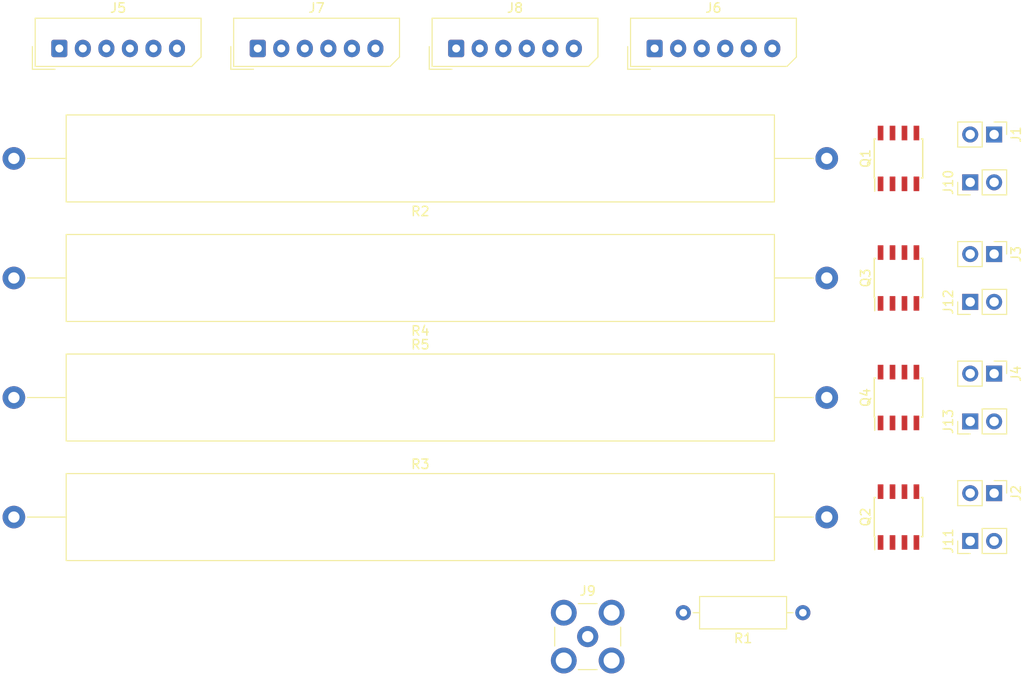
<source format=kicad_pcb>
(kicad_pcb (version 20171130) (host pcbnew 5.0.2-bee76a0~70~ubuntu18.04.1)

  (general
    (thickness 1.6)
    (drawings 0)
    (tracks 0)
    (zones 0)
    (modules 22)
    (nets 24)
  )

  (page A4)
  (layers
    (0 F.Cu signal)
    (31 B.Cu signal)
    (32 B.Adhes user)
    (33 F.Adhes user)
    (34 B.Paste user)
    (35 F.Paste user)
    (36 B.SilkS user)
    (37 F.SilkS user)
    (38 B.Mask user)
    (39 F.Mask user)
    (40 Dwgs.User user)
    (41 Cmts.User user)
    (42 Eco1.User user)
    (43 Eco2.User user)
    (44 Edge.Cuts user)
    (45 Margin user)
    (46 B.CrtYd user)
    (47 F.CrtYd user)
    (48 B.Fab user)
    (49 F.Fab user)
  )

  (setup
    (last_trace_width 0.25)
    (trace_clearance 0.2)
    (zone_clearance 0.508)
    (zone_45_only no)
    (trace_min 0.2)
    (segment_width 0.2)
    (edge_width 0.15)
    (via_size 0.8)
    (via_drill 0.4)
    (via_min_size 0.4)
    (via_min_drill 0.3)
    (uvia_size 0.3)
    (uvia_drill 0.1)
    (uvias_allowed no)
    (uvia_min_size 0.2)
    (uvia_min_drill 0.1)
    (pcb_text_width 0.3)
    (pcb_text_size 1.5 1.5)
    (mod_edge_width 0.15)
    (mod_text_size 1 1)
    (mod_text_width 0.15)
    (pad_size 1.524 1.524)
    (pad_drill 0.762)
    (pad_to_mask_clearance 0.051)
    (solder_mask_min_width 0.25)
    (aux_axis_origin 0 0)
    (visible_elements FFFFFF7F)
    (pcbplotparams
      (layerselection 0x010fc_ffffffff)
      (usegerberextensions false)
      (usegerberattributes false)
      (usegerberadvancedattributes false)
      (creategerberjobfile false)
      (excludeedgelayer true)
      (linewidth 0.100000)
      (plotframeref false)
      (viasonmask false)
      (mode 1)
      (useauxorigin false)
      (hpglpennumber 1)
      (hpglpenspeed 20)
      (hpglpendiameter 15.000000)
      (psnegative false)
      (psa4output false)
      (plotreference true)
      (plotvalue true)
      (plotinvisibletext false)
      (padsonsilk false)
      (subtractmaskfromsilk false)
      (outputformat 1)
      (mirror false)
      (drillshape 1)
      (scaleselection 1)
      (outputdirectory ""))
  )

  (net 0 "")
  (net 1 "Net-(J1-Pad2)")
  (net 2 "Net-(J1-Pad1)")
  (net 3 "Net-(J2-Pad1)")
  (net 4 "Net-(J2-Pad2)")
  (net 5 "Net-(J3-Pad1)")
  (net 6 "Net-(J3-Pad2)")
  (net 7 "Net-(J4-Pad2)")
  (net 8 "Net-(J4-Pad1)")
  (net 9 "Net-(J5-Pad1)")
  (net 10 "Net-(J6-Pad1)")
  (net 11 "Net-(J7-Pad1)")
  (net 12 "Net-(J8-Pad1)")
  (net 13 GND)
  (net 14 "Net-(J9-Pad1)")
  (net 15 "Net-(J10-Pad2)")
  (net 16 "Net-(J10-Pad1)")
  (net 17 "Net-(J11-Pad1)")
  (net 18 "Net-(J11-Pad2)")
  (net 19 "Net-(J12-Pad1)")
  (net 20 "Net-(J12-Pad2)")
  (net 21 "Net-(J13-Pad2)")
  (net 22 "Net-(J13-Pad1)")
  (net 23 "Net-(Q1-Pad4)")

  (net_class Default "This is the default net class."
    (clearance 0.2)
    (trace_width 0.25)
    (via_dia 0.8)
    (via_drill 0.4)
    (uvia_dia 0.3)
    (uvia_drill 0.1)
    (add_net GND)
    (add_net "Net-(J1-Pad1)")
    (add_net "Net-(J1-Pad2)")
    (add_net "Net-(J10-Pad1)")
    (add_net "Net-(J10-Pad2)")
    (add_net "Net-(J11-Pad1)")
    (add_net "Net-(J11-Pad2)")
    (add_net "Net-(J12-Pad1)")
    (add_net "Net-(J12-Pad2)")
    (add_net "Net-(J13-Pad1)")
    (add_net "Net-(J13-Pad2)")
    (add_net "Net-(J2-Pad1)")
    (add_net "Net-(J2-Pad2)")
    (add_net "Net-(J3-Pad1)")
    (add_net "Net-(J3-Pad2)")
    (add_net "Net-(J4-Pad1)")
    (add_net "Net-(J4-Pad2)")
    (add_net "Net-(J5-Pad1)")
    (add_net "Net-(J6-Pad1)")
    (add_net "Net-(J7-Pad1)")
    (add_net "Net-(J8-Pad1)")
    (add_net "Net-(J9-Pad1)")
    (add_net "Net-(Q1-Pad4)")
  )

  (module Connector_PinHeader_2.54mm:PinHeader_1x02_P2.54mm_Vertical (layer F.Cu) (tedit 59FED5CC) (tstamp 5C1D8C58)
    (at 157.48 53.34 270)
    (descr "Through hole straight pin header, 1x02, 2.54mm pitch, single row")
    (tags "Through hole pin header THT 1x02 2.54mm single row")
    (path /5C15EB7C)
    (fp_text reference J1 (at 0 -2.33 270) (layer F.SilkS)
      (effects (font (size 1 1) (thickness 0.15)))
    )
    (fp_text value to_led_red (at 0 4.87 270) (layer F.Fab)
      (effects (font (size 1 1) (thickness 0.15)))
    )
    (fp_text user %R (at 0 1.27) (layer F.Fab)
      (effects (font (size 1 1) (thickness 0.15)))
    )
    (fp_line (start 1.8 -1.8) (end -1.8 -1.8) (layer F.CrtYd) (width 0.05))
    (fp_line (start 1.8 4.35) (end 1.8 -1.8) (layer F.CrtYd) (width 0.05))
    (fp_line (start -1.8 4.35) (end 1.8 4.35) (layer F.CrtYd) (width 0.05))
    (fp_line (start -1.8 -1.8) (end -1.8 4.35) (layer F.CrtYd) (width 0.05))
    (fp_line (start -1.33 -1.33) (end 0 -1.33) (layer F.SilkS) (width 0.12))
    (fp_line (start -1.33 0) (end -1.33 -1.33) (layer F.SilkS) (width 0.12))
    (fp_line (start -1.33 1.27) (end 1.33 1.27) (layer F.SilkS) (width 0.12))
    (fp_line (start 1.33 1.27) (end 1.33 3.87) (layer F.SilkS) (width 0.12))
    (fp_line (start -1.33 1.27) (end -1.33 3.87) (layer F.SilkS) (width 0.12))
    (fp_line (start -1.33 3.87) (end 1.33 3.87) (layer F.SilkS) (width 0.12))
    (fp_line (start -1.27 -0.635) (end -0.635 -1.27) (layer F.Fab) (width 0.1))
    (fp_line (start -1.27 3.81) (end -1.27 -0.635) (layer F.Fab) (width 0.1))
    (fp_line (start 1.27 3.81) (end -1.27 3.81) (layer F.Fab) (width 0.1))
    (fp_line (start 1.27 -1.27) (end 1.27 3.81) (layer F.Fab) (width 0.1))
    (fp_line (start -0.635 -1.27) (end 1.27 -1.27) (layer F.Fab) (width 0.1))
    (pad 2 thru_hole oval (at 0 2.54 270) (size 1.7 1.7) (drill 1) (layers *.Cu *.Mask)
      (net 1 "Net-(J1-Pad2)"))
    (pad 1 thru_hole rect (at 0 0 270) (size 1.7 1.7) (drill 1) (layers *.Cu *.Mask)
      (net 2 "Net-(J1-Pad1)"))
    (model ${KISYS3DMOD}/Connector_PinHeader_2.54mm.3dshapes/PinHeader_1x02_P2.54mm_Vertical.wrl
      (at (xyz 0 0 0))
      (scale (xyz 1 1 1))
      (rotate (xyz 0 0 0))
    )
  )

  (module Connector_PinHeader_2.54mm:PinHeader_1x02_P2.54mm_Vertical (layer F.Cu) (tedit 59FED5CC) (tstamp 5C1D8C6E)
    (at 157.48 91.44 270)
    (descr "Through hole straight pin header, 1x02, 2.54mm pitch, single row")
    (tags "Through hole pin header THT 1x02 2.54mm single row")
    (path /5C17B435)
    (fp_text reference J2 (at 0 -2.33 270) (layer F.SilkS)
      (effects (font (size 1 1) (thickness 0.15)))
    )
    (fp_text value to_led_UV (at 0 4.87 270) (layer F.Fab)
      (effects (font (size 1 1) (thickness 0.15)))
    )
    (fp_line (start -0.635 -1.27) (end 1.27 -1.27) (layer F.Fab) (width 0.1))
    (fp_line (start 1.27 -1.27) (end 1.27 3.81) (layer F.Fab) (width 0.1))
    (fp_line (start 1.27 3.81) (end -1.27 3.81) (layer F.Fab) (width 0.1))
    (fp_line (start -1.27 3.81) (end -1.27 -0.635) (layer F.Fab) (width 0.1))
    (fp_line (start -1.27 -0.635) (end -0.635 -1.27) (layer F.Fab) (width 0.1))
    (fp_line (start -1.33 3.87) (end 1.33 3.87) (layer F.SilkS) (width 0.12))
    (fp_line (start -1.33 1.27) (end -1.33 3.87) (layer F.SilkS) (width 0.12))
    (fp_line (start 1.33 1.27) (end 1.33 3.87) (layer F.SilkS) (width 0.12))
    (fp_line (start -1.33 1.27) (end 1.33 1.27) (layer F.SilkS) (width 0.12))
    (fp_line (start -1.33 0) (end -1.33 -1.33) (layer F.SilkS) (width 0.12))
    (fp_line (start -1.33 -1.33) (end 0 -1.33) (layer F.SilkS) (width 0.12))
    (fp_line (start -1.8 -1.8) (end -1.8 4.35) (layer F.CrtYd) (width 0.05))
    (fp_line (start -1.8 4.35) (end 1.8 4.35) (layer F.CrtYd) (width 0.05))
    (fp_line (start 1.8 4.35) (end 1.8 -1.8) (layer F.CrtYd) (width 0.05))
    (fp_line (start 1.8 -1.8) (end -1.8 -1.8) (layer F.CrtYd) (width 0.05))
    (fp_text user %R (at 0 1.27) (layer F.Fab)
      (effects (font (size 1 1) (thickness 0.15)))
    )
    (pad 1 thru_hole rect (at 0 0 270) (size 1.7 1.7) (drill 1) (layers *.Cu *.Mask)
      (net 3 "Net-(J2-Pad1)"))
    (pad 2 thru_hole oval (at 0 2.54 270) (size 1.7 1.7) (drill 1) (layers *.Cu *.Mask)
      (net 4 "Net-(J2-Pad2)"))
    (model ${KISYS3DMOD}/Connector_PinHeader_2.54mm.3dshapes/PinHeader_1x02_P2.54mm_Vertical.wrl
      (at (xyz 0 0 0))
      (scale (xyz 1 1 1))
      (rotate (xyz 0 0 0))
    )
  )

  (module Connector_PinHeader_2.54mm:PinHeader_1x02_P2.54mm_Vertical (layer F.Cu) (tedit 59FED5CC) (tstamp 5C1D8C84)
    (at 157.48 66.04 270)
    (descr "Through hole straight pin header, 1x02, 2.54mm pitch, single row")
    (tags "Through hole pin header THT 1x02 2.54mm single row")
    (path /5C168755)
    (fp_text reference J3 (at 0 -2.33 270) (layer F.SilkS)
      (effects (font (size 1 1) (thickness 0.15)))
    )
    (fp_text value to_led_Green (at 0 4.87 270) (layer F.Fab)
      (effects (font (size 1 1) (thickness 0.15)))
    )
    (fp_line (start -0.635 -1.27) (end 1.27 -1.27) (layer F.Fab) (width 0.1))
    (fp_line (start 1.27 -1.27) (end 1.27 3.81) (layer F.Fab) (width 0.1))
    (fp_line (start 1.27 3.81) (end -1.27 3.81) (layer F.Fab) (width 0.1))
    (fp_line (start -1.27 3.81) (end -1.27 -0.635) (layer F.Fab) (width 0.1))
    (fp_line (start -1.27 -0.635) (end -0.635 -1.27) (layer F.Fab) (width 0.1))
    (fp_line (start -1.33 3.87) (end 1.33 3.87) (layer F.SilkS) (width 0.12))
    (fp_line (start -1.33 1.27) (end -1.33 3.87) (layer F.SilkS) (width 0.12))
    (fp_line (start 1.33 1.27) (end 1.33 3.87) (layer F.SilkS) (width 0.12))
    (fp_line (start -1.33 1.27) (end 1.33 1.27) (layer F.SilkS) (width 0.12))
    (fp_line (start -1.33 0) (end -1.33 -1.33) (layer F.SilkS) (width 0.12))
    (fp_line (start -1.33 -1.33) (end 0 -1.33) (layer F.SilkS) (width 0.12))
    (fp_line (start -1.8 -1.8) (end -1.8 4.35) (layer F.CrtYd) (width 0.05))
    (fp_line (start -1.8 4.35) (end 1.8 4.35) (layer F.CrtYd) (width 0.05))
    (fp_line (start 1.8 4.35) (end 1.8 -1.8) (layer F.CrtYd) (width 0.05))
    (fp_line (start 1.8 -1.8) (end -1.8 -1.8) (layer F.CrtYd) (width 0.05))
    (fp_text user %R (at 0 1.27) (layer F.Fab)
      (effects (font (size 1 1) (thickness 0.15)))
    )
    (pad 1 thru_hole rect (at 0 0 270) (size 1.7 1.7) (drill 1) (layers *.Cu *.Mask)
      (net 5 "Net-(J3-Pad1)"))
    (pad 2 thru_hole oval (at 0 2.54 270) (size 1.7 1.7) (drill 1) (layers *.Cu *.Mask)
      (net 6 "Net-(J3-Pad2)"))
    (model ${KISYS3DMOD}/Connector_PinHeader_2.54mm.3dshapes/PinHeader_1x02_P2.54mm_Vertical.wrl
      (at (xyz 0 0 0))
      (scale (xyz 1 1 1))
      (rotate (xyz 0 0 0))
    )
  )

  (module Connector_PinHeader_2.54mm:PinHeader_1x02_P2.54mm_Vertical (layer F.Cu) (tedit 59FED5CC) (tstamp 5C1D8C9A)
    (at 157.48 78.74 270)
    (descr "Through hole straight pin header, 1x02, 2.54mm pitch, single row")
    (tags "Through hole pin header THT 1x02 2.54mm single row")
    (path /5C1739EC)
    (fp_text reference J4 (at 0 -2.33 270) (layer F.SilkS)
      (effects (font (size 1 1) (thickness 0.15)))
    )
    (fp_text value to_led_blue (at 0 4.87 270) (layer F.Fab)
      (effects (font (size 1 1) (thickness 0.15)))
    )
    (fp_text user %R (at 0 1.27) (layer F.Fab)
      (effects (font (size 1 1) (thickness 0.15)))
    )
    (fp_line (start 1.8 -1.8) (end -1.8 -1.8) (layer F.CrtYd) (width 0.05))
    (fp_line (start 1.8 4.35) (end 1.8 -1.8) (layer F.CrtYd) (width 0.05))
    (fp_line (start -1.8 4.35) (end 1.8 4.35) (layer F.CrtYd) (width 0.05))
    (fp_line (start -1.8 -1.8) (end -1.8 4.35) (layer F.CrtYd) (width 0.05))
    (fp_line (start -1.33 -1.33) (end 0 -1.33) (layer F.SilkS) (width 0.12))
    (fp_line (start -1.33 0) (end -1.33 -1.33) (layer F.SilkS) (width 0.12))
    (fp_line (start -1.33 1.27) (end 1.33 1.27) (layer F.SilkS) (width 0.12))
    (fp_line (start 1.33 1.27) (end 1.33 3.87) (layer F.SilkS) (width 0.12))
    (fp_line (start -1.33 1.27) (end -1.33 3.87) (layer F.SilkS) (width 0.12))
    (fp_line (start -1.33 3.87) (end 1.33 3.87) (layer F.SilkS) (width 0.12))
    (fp_line (start -1.27 -0.635) (end -0.635 -1.27) (layer F.Fab) (width 0.1))
    (fp_line (start -1.27 3.81) (end -1.27 -0.635) (layer F.Fab) (width 0.1))
    (fp_line (start 1.27 3.81) (end -1.27 3.81) (layer F.Fab) (width 0.1))
    (fp_line (start 1.27 -1.27) (end 1.27 3.81) (layer F.Fab) (width 0.1))
    (fp_line (start -0.635 -1.27) (end 1.27 -1.27) (layer F.Fab) (width 0.1))
    (pad 2 thru_hole oval (at 0 2.54 270) (size 1.7 1.7) (drill 1) (layers *.Cu *.Mask)
      (net 7 "Net-(J4-Pad2)"))
    (pad 1 thru_hole rect (at 0 0 270) (size 1.7 1.7) (drill 1) (layers *.Cu *.Mask)
      (net 8 "Net-(J4-Pad1)"))
    (model ${KISYS3DMOD}/Connector_PinHeader_2.54mm.3dshapes/PinHeader_1x02_P2.54mm_Vertical.wrl
      (at (xyz 0 0 0))
      (scale (xyz 1 1 1))
      (rotate (xyz 0 0 0))
    )
  )

  (module Connector_Molex:Molex_SPOX_5267-06A_1x06_P2.50mm_Vertical (layer F.Cu) (tedit 5B7833F7) (tstamp 5C1D8CB8)
    (at 58.166 44.196)
    (descr "Molex SPOX Connector System, 5267-06A, 6 Pins per row (http://www.molex.com/pdm_docs/sd/022035035_sd.pdf), generated with kicad-footprint-generator")
    (tags "connector Molex SPOX side entry")
    (path /5C101E63)
    (fp_text reference J5 (at 6.25 -4.3) (layer F.SilkS)
      (effects (font (size 1 1) (thickness 0.15)))
    )
    (fp_text value pos_neg_tolcr_red (at 6.25 3) (layer F.Fab)
      (effects (font (size 1 1) (thickness 0.15)))
    )
    (fp_text user %R (at 6.25 -2.4) (layer F.Fab)
      (effects (font (size 1 1) (thickness 0.15)))
    )
    (fp_line (start 15.45 -3.6) (end -2.95 -3.6) (layer F.CrtYd) (width 0.05))
    (fp_line (start 15.45 1.3) (end 15.45 -3.6) (layer F.CrtYd) (width 0.05))
    (fp_line (start 14.45 2.3) (end 15.45 1.3) (layer F.CrtYd) (width 0.05))
    (fp_line (start -2.95 2.3) (end 14.45 2.3) (layer F.CrtYd) (width 0.05))
    (fp_line (start -2.95 -3.6) (end -2.95 2.3) (layer F.CrtYd) (width 0.05))
    (fp_line (start 0 1.092893) (end 0.5 1.8) (layer F.Fab) (width 0.1))
    (fp_line (start -0.5 1.8) (end 0 1.092893) (layer F.Fab) (width 0.1))
    (fp_line (start -2.86 2.21) (end -0.45 2.21) (layer F.SilkS) (width 0.12))
    (fp_line (start -2.86 -0.2) (end -2.86 2.21) (layer F.SilkS) (width 0.12))
    (fp_line (start 15.06 -3.21) (end -2.56 -3.21) (layer F.SilkS) (width 0.12))
    (fp_line (start 15.06 0.91) (end 15.06 -3.21) (layer F.SilkS) (width 0.12))
    (fp_line (start 14.06 1.91) (end 15.06 0.91) (layer F.SilkS) (width 0.12))
    (fp_line (start -2.56 1.91) (end 14.06 1.91) (layer F.SilkS) (width 0.12))
    (fp_line (start -2.56 -3.21) (end -2.56 1.91) (layer F.SilkS) (width 0.12))
    (fp_line (start 14.95 -3.1) (end -2.45 -3.1) (layer F.Fab) (width 0.1))
    (fp_line (start 14.95 0.8) (end 14.95 -3.1) (layer F.Fab) (width 0.1))
    (fp_line (start 13.95 1.8) (end 14.95 0.8) (layer F.Fab) (width 0.1))
    (fp_line (start -2.45 1.8) (end 13.95 1.8) (layer F.Fab) (width 0.1))
    (fp_line (start -2.45 -3.1) (end -2.45 1.8) (layer F.Fab) (width 0.1))
    (pad 6 thru_hole oval (at 12.5 0) (size 1.7 1.85) (drill 0.85) (layers *.Cu *.Mask)
      (net 1 "Net-(J1-Pad2)"))
    (pad 5 thru_hole oval (at 10 0) (size 1.7 1.85) (drill 0.85) (layers *.Cu *.Mask)
      (net 1 "Net-(J1-Pad2)"))
    (pad 4 thru_hole oval (at 7.5 0) (size 1.7 1.85) (drill 0.85) (layers *.Cu *.Mask)
      (net 1 "Net-(J1-Pad2)"))
    (pad 3 thru_hole oval (at 5 0) (size 1.7 1.85) (drill 0.85) (layers *.Cu *.Mask)
      (net 9 "Net-(J5-Pad1)"))
    (pad 2 thru_hole oval (at 2.5 0) (size 1.7 1.85) (drill 0.85) (layers *.Cu *.Mask)
      (net 9 "Net-(J5-Pad1)"))
    (pad 1 thru_hole roundrect (at 0 0) (size 1.7 1.85) (drill 0.85) (layers *.Cu *.Mask) (roundrect_rratio 0.147059)
      (net 9 "Net-(J5-Pad1)"))
    (model ${KISYS3DMOD}/Connector_Molex.3dshapes/Molex_SPOX_5267-06A_1x06_P2.50mm_Vertical.wrl
      (at (xyz 0 0 0))
      (scale (xyz 1 1 1))
      (rotate (xyz 0 0 0))
    )
  )

  (module Connector_Molex:Molex_SPOX_5267-06A_1x06_P2.50mm_Vertical (layer F.Cu) (tedit 5B7833F7) (tstamp 5C1D8CD6)
    (at 121.412 44.196)
    (descr "Molex SPOX Connector System, 5267-06A, 6 Pins per row (http://www.molex.com/pdm_docs/sd/022035035_sd.pdf), generated with kicad-footprint-generator")
    (tags "connector Molex SPOX side entry")
    (path /5C1082D8)
    (fp_text reference J6 (at 6.25 -4.3) (layer F.SilkS)
      (effects (font (size 1 1) (thickness 0.15)))
    )
    (fp_text value pos_neg_tolcr_UV (at 6.25 3) (layer F.Fab)
      (effects (font (size 1 1) (thickness 0.15)))
    )
    (fp_line (start -2.45 -3.1) (end -2.45 1.8) (layer F.Fab) (width 0.1))
    (fp_line (start -2.45 1.8) (end 13.95 1.8) (layer F.Fab) (width 0.1))
    (fp_line (start 13.95 1.8) (end 14.95 0.8) (layer F.Fab) (width 0.1))
    (fp_line (start 14.95 0.8) (end 14.95 -3.1) (layer F.Fab) (width 0.1))
    (fp_line (start 14.95 -3.1) (end -2.45 -3.1) (layer F.Fab) (width 0.1))
    (fp_line (start -2.56 -3.21) (end -2.56 1.91) (layer F.SilkS) (width 0.12))
    (fp_line (start -2.56 1.91) (end 14.06 1.91) (layer F.SilkS) (width 0.12))
    (fp_line (start 14.06 1.91) (end 15.06 0.91) (layer F.SilkS) (width 0.12))
    (fp_line (start 15.06 0.91) (end 15.06 -3.21) (layer F.SilkS) (width 0.12))
    (fp_line (start 15.06 -3.21) (end -2.56 -3.21) (layer F.SilkS) (width 0.12))
    (fp_line (start -2.86 -0.2) (end -2.86 2.21) (layer F.SilkS) (width 0.12))
    (fp_line (start -2.86 2.21) (end -0.45 2.21) (layer F.SilkS) (width 0.12))
    (fp_line (start -0.5 1.8) (end 0 1.092893) (layer F.Fab) (width 0.1))
    (fp_line (start 0 1.092893) (end 0.5 1.8) (layer F.Fab) (width 0.1))
    (fp_line (start -2.95 -3.6) (end -2.95 2.3) (layer F.CrtYd) (width 0.05))
    (fp_line (start -2.95 2.3) (end 14.45 2.3) (layer F.CrtYd) (width 0.05))
    (fp_line (start 14.45 2.3) (end 15.45 1.3) (layer F.CrtYd) (width 0.05))
    (fp_line (start 15.45 1.3) (end 15.45 -3.6) (layer F.CrtYd) (width 0.05))
    (fp_line (start 15.45 -3.6) (end -2.95 -3.6) (layer F.CrtYd) (width 0.05))
    (fp_text user %R (at 6.25 -2.4) (layer F.Fab)
      (effects (font (size 1 1) (thickness 0.15)))
    )
    (pad 1 thru_hole roundrect (at 0 0) (size 1.7 1.85) (drill 0.85) (layers *.Cu *.Mask) (roundrect_rratio 0.147059)
      (net 10 "Net-(J6-Pad1)"))
    (pad 2 thru_hole oval (at 2.5 0) (size 1.7 1.85) (drill 0.85) (layers *.Cu *.Mask)
      (net 10 "Net-(J6-Pad1)"))
    (pad 3 thru_hole oval (at 5 0) (size 1.7 1.85) (drill 0.85) (layers *.Cu *.Mask)
      (net 10 "Net-(J6-Pad1)"))
    (pad 4 thru_hole oval (at 7.5 0) (size 1.7 1.85) (drill 0.85) (layers *.Cu *.Mask)
      (net 4 "Net-(J2-Pad2)"))
    (pad 5 thru_hole oval (at 10 0) (size 1.7 1.85) (drill 0.85) (layers *.Cu *.Mask)
      (net 4 "Net-(J2-Pad2)"))
    (pad 6 thru_hole oval (at 12.5 0) (size 1.7 1.85) (drill 0.85) (layers *.Cu *.Mask)
      (net 4 "Net-(J2-Pad2)"))
    (model ${KISYS3DMOD}/Connector_Molex.3dshapes/Molex_SPOX_5267-06A_1x06_P2.50mm_Vertical.wrl
      (at (xyz 0 0 0))
      (scale (xyz 1 1 1))
      (rotate (xyz 0 0 0))
    )
  )

  (module Connector_Molex:Molex_SPOX_5267-06A_1x06_P2.50mm_Vertical (layer F.Cu) (tedit 5B7833F7) (tstamp 5C1D8CF4)
    (at 79.248 44.196)
    (descr "Molex SPOX Connector System, 5267-06A, 6 Pins per row (http://www.molex.com/pdm_docs/sd/022035035_sd.pdf), generated with kicad-footprint-generator")
    (tags "connector Molex SPOX side entry")
    (path /5C106071)
    (fp_text reference J7 (at 6.25 -4.3) (layer F.SilkS)
      (effects (font (size 1 1) (thickness 0.15)))
    )
    (fp_text value pos_neg_tolcr_green (at 6.25 3) (layer F.Fab)
      (effects (font (size 1 1) (thickness 0.15)))
    )
    (fp_line (start -2.45 -3.1) (end -2.45 1.8) (layer F.Fab) (width 0.1))
    (fp_line (start -2.45 1.8) (end 13.95 1.8) (layer F.Fab) (width 0.1))
    (fp_line (start 13.95 1.8) (end 14.95 0.8) (layer F.Fab) (width 0.1))
    (fp_line (start 14.95 0.8) (end 14.95 -3.1) (layer F.Fab) (width 0.1))
    (fp_line (start 14.95 -3.1) (end -2.45 -3.1) (layer F.Fab) (width 0.1))
    (fp_line (start -2.56 -3.21) (end -2.56 1.91) (layer F.SilkS) (width 0.12))
    (fp_line (start -2.56 1.91) (end 14.06 1.91) (layer F.SilkS) (width 0.12))
    (fp_line (start 14.06 1.91) (end 15.06 0.91) (layer F.SilkS) (width 0.12))
    (fp_line (start 15.06 0.91) (end 15.06 -3.21) (layer F.SilkS) (width 0.12))
    (fp_line (start 15.06 -3.21) (end -2.56 -3.21) (layer F.SilkS) (width 0.12))
    (fp_line (start -2.86 -0.2) (end -2.86 2.21) (layer F.SilkS) (width 0.12))
    (fp_line (start -2.86 2.21) (end -0.45 2.21) (layer F.SilkS) (width 0.12))
    (fp_line (start -0.5 1.8) (end 0 1.092893) (layer F.Fab) (width 0.1))
    (fp_line (start 0 1.092893) (end 0.5 1.8) (layer F.Fab) (width 0.1))
    (fp_line (start -2.95 -3.6) (end -2.95 2.3) (layer F.CrtYd) (width 0.05))
    (fp_line (start -2.95 2.3) (end 14.45 2.3) (layer F.CrtYd) (width 0.05))
    (fp_line (start 14.45 2.3) (end 15.45 1.3) (layer F.CrtYd) (width 0.05))
    (fp_line (start 15.45 1.3) (end 15.45 -3.6) (layer F.CrtYd) (width 0.05))
    (fp_line (start 15.45 -3.6) (end -2.95 -3.6) (layer F.CrtYd) (width 0.05))
    (fp_text user %R (at 6.25 -2.4) (layer F.Fab)
      (effects (font (size 1 1) (thickness 0.15)))
    )
    (pad 1 thru_hole roundrect (at 0 0) (size 1.7 1.85) (drill 0.85) (layers *.Cu *.Mask) (roundrect_rratio 0.147059)
      (net 11 "Net-(J7-Pad1)"))
    (pad 2 thru_hole oval (at 2.5 0) (size 1.7 1.85) (drill 0.85) (layers *.Cu *.Mask)
      (net 11 "Net-(J7-Pad1)"))
    (pad 3 thru_hole oval (at 5 0) (size 1.7 1.85) (drill 0.85) (layers *.Cu *.Mask)
      (net 11 "Net-(J7-Pad1)"))
    (pad 4 thru_hole oval (at 7.5 0) (size 1.7 1.85) (drill 0.85) (layers *.Cu *.Mask)
      (net 6 "Net-(J3-Pad2)"))
    (pad 5 thru_hole oval (at 10 0) (size 1.7 1.85) (drill 0.85) (layers *.Cu *.Mask)
      (net 6 "Net-(J3-Pad2)"))
    (pad 6 thru_hole oval (at 12.5 0) (size 1.7 1.85) (drill 0.85) (layers *.Cu *.Mask)
      (net 6 "Net-(J3-Pad2)"))
    (model ${KISYS3DMOD}/Connector_Molex.3dshapes/Molex_SPOX_5267-06A_1x06_P2.50mm_Vertical.wrl
      (at (xyz 0 0 0))
      (scale (xyz 1 1 1))
      (rotate (xyz 0 0 0))
    )
  )

  (module Connector_Molex:Molex_SPOX_5267-06A_1x06_P2.50mm_Vertical (layer F.Cu) (tedit 5B7833F7) (tstamp 5C1D8D12)
    (at 100.33 44.196)
    (descr "Molex SPOX Connector System, 5267-06A, 6 Pins per row (http://www.molex.com/pdm_docs/sd/022035035_sd.pdf), generated with kicad-footprint-generator")
    (tags "connector Molex SPOX side entry")
    (path /5C106B9F)
    (fp_text reference J8 (at 6.25 -4.3) (layer F.SilkS)
      (effects (font (size 1 1) (thickness 0.15)))
    )
    (fp_text value pos_neg_tolcr_Blue (at 6.25 3) (layer F.Fab)
      (effects (font (size 1 1) (thickness 0.15)))
    )
    (fp_text user %R (at 6.25 -2.4) (layer F.Fab)
      (effects (font (size 1 1) (thickness 0.15)))
    )
    (fp_line (start 15.45 -3.6) (end -2.95 -3.6) (layer F.CrtYd) (width 0.05))
    (fp_line (start 15.45 1.3) (end 15.45 -3.6) (layer F.CrtYd) (width 0.05))
    (fp_line (start 14.45 2.3) (end 15.45 1.3) (layer F.CrtYd) (width 0.05))
    (fp_line (start -2.95 2.3) (end 14.45 2.3) (layer F.CrtYd) (width 0.05))
    (fp_line (start -2.95 -3.6) (end -2.95 2.3) (layer F.CrtYd) (width 0.05))
    (fp_line (start 0 1.092893) (end 0.5 1.8) (layer F.Fab) (width 0.1))
    (fp_line (start -0.5 1.8) (end 0 1.092893) (layer F.Fab) (width 0.1))
    (fp_line (start -2.86 2.21) (end -0.45 2.21) (layer F.SilkS) (width 0.12))
    (fp_line (start -2.86 -0.2) (end -2.86 2.21) (layer F.SilkS) (width 0.12))
    (fp_line (start 15.06 -3.21) (end -2.56 -3.21) (layer F.SilkS) (width 0.12))
    (fp_line (start 15.06 0.91) (end 15.06 -3.21) (layer F.SilkS) (width 0.12))
    (fp_line (start 14.06 1.91) (end 15.06 0.91) (layer F.SilkS) (width 0.12))
    (fp_line (start -2.56 1.91) (end 14.06 1.91) (layer F.SilkS) (width 0.12))
    (fp_line (start -2.56 -3.21) (end -2.56 1.91) (layer F.SilkS) (width 0.12))
    (fp_line (start 14.95 -3.1) (end -2.45 -3.1) (layer F.Fab) (width 0.1))
    (fp_line (start 14.95 0.8) (end 14.95 -3.1) (layer F.Fab) (width 0.1))
    (fp_line (start 13.95 1.8) (end 14.95 0.8) (layer F.Fab) (width 0.1))
    (fp_line (start -2.45 1.8) (end 13.95 1.8) (layer F.Fab) (width 0.1))
    (fp_line (start -2.45 -3.1) (end -2.45 1.8) (layer F.Fab) (width 0.1))
    (pad 6 thru_hole oval (at 12.5 0) (size 1.7 1.85) (drill 0.85) (layers *.Cu *.Mask)
      (net 7 "Net-(J4-Pad2)"))
    (pad 5 thru_hole oval (at 10 0) (size 1.7 1.85) (drill 0.85) (layers *.Cu *.Mask)
      (net 7 "Net-(J4-Pad2)"))
    (pad 4 thru_hole oval (at 7.5 0) (size 1.7 1.85) (drill 0.85) (layers *.Cu *.Mask)
      (net 7 "Net-(J4-Pad2)"))
    (pad 3 thru_hole oval (at 5 0) (size 1.7 1.85) (drill 0.85) (layers *.Cu *.Mask)
      (net 12 "Net-(J8-Pad1)"))
    (pad 2 thru_hole oval (at 2.5 0) (size 1.7 1.85) (drill 0.85) (layers *.Cu *.Mask)
      (net 12 "Net-(J8-Pad1)"))
    (pad 1 thru_hole roundrect (at 0 0) (size 1.7 1.85) (drill 0.85) (layers *.Cu *.Mask) (roundrect_rratio 0.147059)
      (net 12 "Net-(J8-Pad1)"))
    (model ${KISYS3DMOD}/Connector_Molex.3dshapes/Molex_SPOX_5267-06A_1x06_P2.50mm_Vertical.wrl
      (at (xyz 0 0 0))
      (scale (xyz 1 1 1))
      (rotate (xyz 0 0 0))
    )
  )

  (module Connector_Coaxial:SMB_Jack_Vertical (layer F.Cu) (tedit 5A1DBFC1) (tstamp 5C1D8D2D)
    (at 114.3 106.68)
    (descr "SMB pcb mounting jack")
    (tags "SMB Jack  Striaght")
    (path /5C102E87)
    (fp_text reference J9 (at 0 -4.85) (layer F.SilkS)
      (effects (font (size 1 1) (thickness 0.15)))
    )
    (fp_text value Conn_Coaxial (at 0 5.05) (layer F.Fab)
      (effects (font (size 1 1) (thickness 0.15)))
    )
    (fp_circle (center 0 0) (end 2.5 0) (layer F.Fab) (width 0.1))
    (fp_line (start -3.5052 1) (end -3.5052 -1) (layer F.SilkS) (width 0.12))
    (fp_line (start 1 3.5052) (end -1 3.5052) (layer F.SilkS) (width 0.12))
    (fp_line (start 3.5052 -1) (end 3.5052 1) (layer F.SilkS) (width 0.12))
    (fp_line (start -1 -3.5052) (end 1 -3.5052) (layer F.SilkS) (width 0.12))
    (fp_line (start -4.25 -4.25) (end 4.25 -4.25) (layer F.CrtYd) (width 0.05))
    (fp_line (start 4.25 -4.25) (end 4.25 4.25) (layer F.CrtYd) (width 0.05))
    (fp_line (start -4.25 4.25) (end -4.25 -4.25) (layer F.CrtYd) (width 0.05))
    (fp_line (start 4.25 4.25) (end -4.25 4.25) (layer F.CrtYd) (width 0.05))
    (fp_line (start -4.25 4.25) (end -4.25 -4.25) (layer B.CrtYd) (width 0.05))
    (fp_line (start 4.25 4.25) (end -4.25 4.25) (layer B.CrtYd) (width 0.05))
    (fp_line (start 4.25 -4.25) (end 4.25 4.25) (layer B.CrtYd) (width 0.05))
    (fp_line (start -4.25 -4.25) (end 4.25 -4.25) (layer B.CrtYd) (width 0.05))
    (fp_line (start 3.45 -3.45) (end -3.45 -3.45) (layer F.Fab) (width 0.1))
    (fp_line (start 3.45 3.45) (end 3.45 -3.45) (layer F.Fab) (width 0.1))
    (fp_line (start -3.45 3.45) (end 3.45 3.45) (layer F.Fab) (width 0.1))
    (fp_line (start -3.45 -3.45) (end -3.45 3.45) (layer F.Fab) (width 0.1))
    (fp_text user %R (at 0 0) (layer F.Fab)
      (effects (font (size 1 1) (thickness 0.15)))
    )
    (pad 1 thru_hole circle (at 0 0) (size 2.24 2.24) (drill 1.2) (layers *.Cu *.Mask)
      (net 14 "Net-(J9-Pad1)"))
    (pad 2 thru_hole circle (at -2.54 -2.54) (size 2.74 2.74) (drill 1.7) (layers *.Cu *.Mask)
      (net 13 GND))
    (pad 2 thru_hole circle (at 2.54 -2.54) (size 2.74 2.74) (drill 1.7) (layers *.Cu *.Mask)
      (net 13 GND))
    (pad 2 thru_hole circle (at 2.54 2.54) (size 2.74 2.74) (drill 1.7) (layers *.Cu *.Mask)
      (net 13 GND))
    (pad 2 thru_hole circle (at -2.54 2.54) (size 2.74 2.74) (drill 1.7) (layers *.Cu *.Mask)
      (net 13 GND))
    (model ${KISYS3DMOD}/Connector_Coaxial.3dshapes/SMB_Jack_Vertical.wrl
      (at (xyz 0 0 0))
      (scale (xyz 1 1 1))
      (rotate (xyz 0 0 0))
    )
  )

  (module Connector_PinHeader_2.54mm:PinHeader_1x02_P2.54mm_Vertical (layer F.Cu) (tedit 59FED5CC) (tstamp 5C1D8D43)
    (at 154.94 58.42 90)
    (descr "Through hole straight pin header, 1x02, 2.54mm pitch, single row")
    (tags "Through hole pin header THT 1x02 2.54mm single row")
    (path /5C125FED)
    (fp_text reference J10 (at 0 -2.33 90) (layer F.SilkS)
      (effects (font (size 1 1) (thickness 0.15)))
    )
    (fp_text value pot_red (at 0 4.87 90) (layer F.Fab)
      (effects (font (size 1 1) (thickness 0.15)))
    )
    (fp_text user %R (at 0 1.27 180) (layer F.Fab)
      (effects (font (size 1 1) (thickness 0.15)))
    )
    (fp_line (start 1.8 -1.8) (end -1.8 -1.8) (layer F.CrtYd) (width 0.05))
    (fp_line (start 1.8 4.35) (end 1.8 -1.8) (layer F.CrtYd) (width 0.05))
    (fp_line (start -1.8 4.35) (end 1.8 4.35) (layer F.CrtYd) (width 0.05))
    (fp_line (start -1.8 -1.8) (end -1.8 4.35) (layer F.CrtYd) (width 0.05))
    (fp_line (start -1.33 -1.33) (end 0 -1.33) (layer F.SilkS) (width 0.12))
    (fp_line (start -1.33 0) (end -1.33 -1.33) (layer F.SilkS) (width 0.12))
    (fp_line (start -1.33 1.27) (end 1.33 1.27) (layer F.SilkS) (width 0.12))
    (fp_line (start 1.33 1.27) (end 1.33 3.87) (layer F.SilkS) (width 0.12))
    (fp_line (start -1.33 1.27) (end -1.33 3.87) (layer F.SilkS) (width 0.12))
    (fp_line (start -1.33 3.87) (end 1.33 3.87) (layer F.SilkS) (width 0.12))
    (fp_line (start -1.27 -0.635) (end -0.635 -1.27) (layer F.Fab) (width 0.1))
    (fp_line (start -1.27 3.81) (end -1.27 -0.635) (layer F.Fab) (width 0.1))
    (fp_line (start 1.27 3.81) (end -1.27 3.81) (layer F.Fab) (width 0.1))
    (fp_line (start 1.27 -1.27) (end 1.27 3.81) (layer F.Fab) (width 0.1))
    (fp_line (start -0.635 -1.27) (end 1.27 -1.27) (layer F.Fab) (width 0.1))
    (pad 2 thru_hole oval (at 0 2.54 90) (size 1.7 1.7) (drill 1) (layers *.Cu *.Mask)
      (net 15 "Net-(J10-Pad2)"))
    (pad 1 thru_hole rect (at 0 0 90) (size 1.7 1.7) (drill 1) (layers *.Cu *.Mask)
      (net 16 "Net-(J10-Pad1)"))
    (model ${KISYS3DMOD}/Connector_PinHeader_2.54mm.3dshapes/PinHeader_1x02_P2.54mm_Vertical.wrl
      (at (xyz 0 0 0))
      (scale (xyz 1 1 1))
      (rotate (xyz 0 0 0))
    )
  )

  (module Connector_PinHeader_2.54mm:PinHeader_1x02_P2.54mm_Vertical (layer F.Cu) (tedit 59FED5CC) (tstamp 5C1D8D59)
    (at 154.94 96.52 90)
    (descr "Through hole straight pin header, 1x02, 2.54mm pitch, single row")
    (tags "Through hole pin header THT 1x02 2.54mm single row")
    (path /5C1410AC)
    (fp_text reference J11 (at 0 -2.33 90) (layer F.SilkS)
      (effects (font (size 1 1) (thickness 0.15)))
    )
    (fp_text value pot_UV (at 0 4.87 90) (layer F.Fab)
      (effects (font (size 1 1) (thickness 0.15)))
    )
    (fp_line (start -0.635 -1.27) (end 1.27 -1.27) (layer F.Fab) (width 0.1))
    (fp_line (start 1.27 -1.27) (end 1.27 3.81) (layer F.Fab) (width 0.1))
    (fp_line (start 1.27 3.81) (end -1.27 3.81) (layer F.Fab) (width 0.1))
    (fp_line (start -1.27 3.81) (end -1.27 -0.635) (layer F.Fab) (width 0.1))
    (fp_line (start -1.27 -0.635) (end -0.635 -1.27) (layer F.Fab) (width 0.1))
    (fp_line (start -1.33 3.87) (end 1.33 3.87) (layer F.SilkS) (width 0.12))
    (fp_line (start -1.33 1.27) (end -1.33 3.87) (layer F.SilkS) (width 0.12))
    (fp_line (start 1.33 1.27) (end 1.33 3.87) (layer F.SilkS) (width 0.12))
    (fp_line (start -1.33 1.27) (end 1.33 1.27) (layer F.SilkS) (width 0.12))
    (fp_line (start -1.33 0) (end -1.33 -1.33) (layer F.SilkS) (width 0.12))
    (fp_line (start -1.33 -1.33) (end 0 -1.33) (layer F.SilkS) (width 0.12))
    (fp_line (start -1.8 -1.8) (end -1.8 4.35) (layer F.CrtYd) (width 0.05))
    (fp_line (start -1.8 4.35) (end 1.8 4.35) (layer F.CrtYd) (width 0.05))
    (fp_line (start 1.8 4.35) (end 1.8 -1.8) (layer F.CrtYd) (width 0.05))
    (fp_line (start 1.8 -1.8) (end -1.8 -1.8) (layer F.CrtYd) (width 0.05))
    (fp_text user %R (at 0 1.27 180) (layer F.Fab)
      (effects (font (size 1 1) (thickness 0.15)))
    )
    (pad 1 thru_hole rect (at 0 0 90) (size 1.7 1.7) (drill 1) (layers *.Cu *.Mask)
      (net 17 "Net-(J11-Pad1)"))
    (pad 2 thru_hole oval (at 0 2.54 90) (size 1.7 1.7) (drill 1) (layers *.Cu *.Mask)
      (net 18 "Net-(J11-Pad2)"))
    (model ${KISYS3DMOD}/Connector_PinHeader_2.54mm.3dshapes/PinHeader_1x02_P2.54mm_Vertical.wrl
      (at (xyz 0 0 0))
      (scale (xyz 1 1 1))
      (rotate (xyz 0 0 0))
    )
  )

  (module Connector_PinHeader_2.54mm:PinHeader_1x02_P2.54mm_Vertical (layer F.Cu) (tedit 59FED5CC) (tstamp 5C1D8D6F)
    (at 154.94 71.12 90)
    (descr "Through hole straight pin header, 1x02, 2.54mm pitch, single row")
    (tags "Through hole pin header THT 1x02 2.54mm single row")
    (path /5C13AD34)
    (fp_text reference J12 (at 0 -2.33 90) (layer F.SilkS)
      (effects (font (size 1 1) (thickness 0.15)))
    )
    (fp_text value pot_Green (at 0 4.87 90) (layer F.Fab)
      (effects (font (size 1 1) (thickness 0.15)))
    )
    (fp_line (start -0.635 -1.27) (end 1.27 -1.27) (layer F.Fab) (width 0.1))
    (fp_line (start 1.27 -1.27) (end 1.27 3.81) (layer F.Fab) (width 0.1))
    (fp_line (start 1.27 3.81) (end -1.27 3.81) (layer F.Fab) (width 0.1))
    (fp_line (start -1.27 3.81) (end -1.27 -0.635) (layer F.Fab) (width 0.1))
    (fp_line (start -1.27 -0.635) (end -0.635 -1.27) (layer F.Fab) (width 0.1))
    (fp_line (start -1.33 3.87) (end 1.33 3.87) (layer F.SilkS) (width 0.12))
    (fp_line (start -1.33 1.27) (end -1.33 3.87) (layer F.SilkS) (width 0.12))
    (fp_line (start 1.33 1.27) (end 1.33 3.87) (layer F.SilkS) (width 0.12))
    (fp_line (start -1.33 1.27) (end 1.33 1.27) (layer F.SilkS) (width 0.12))
    (fp_line (start -1.33 0) (end -1.33 -1.33) (layer F.SilkS) (width 0.12))
    (fp_line (start -1.33 -1.33) (end 0 -1.33) (layer F.SilkS) (width 0.12))
    (fp_line (start -1.8 -1.8) (end -1.8 4.35) (layer F.CrtYd) (width 0.05))
    (fp_line (start -1.8 4.35) (end 1.8 4.35) (layer F.CrtYd) (width 0.05))
    (fp_line (start 1.8 4.35) (end 1.8 -1.8) (layer F.CrtYd) (width 0.05))
    (fp_line (start 1.8 -1.8) (end -1.8 -1.8) (layer F.CrtYd) (width 0.05))
    (fp_text user %R (at 0 1.27 180) (layer F.Fab)
      (effects (font (size 1 1) (thickness 0.15)))
    )
    (pad 1 thru_hole rect (at 0 0 90) (size 1.7 1.7) (drill 1) (layers *.Cu *.Mask)
      (net 19 "Net-(J12-Pad1)"))
    (pad 2 thru_hole oval (at 0 2.54 90) (size 1.7 1.7) (drill 1) (layers *.Cu *.Mask)
      (net 20 "Net-(J12-Pad2)"))
    (model ${KISYS3DMOD}/Connector_PinHeader_2.54mm.3dshapes/PinHeader_1x02_P2.54mm_Vertical.wrl
      (at (xyz 0 0 0))
      (scale (xyz 1 1 1))
      (rotate (xyz 0 0 0))
    )
  )

  (module Connector_PinHeader_2.54mm:PinHeader_1x02_P2.54mm_Vertical (layer F.Cu) (tedit 59FED5CC) (tstamp 5C1D8D85)
    (at 154.94 83.82 90)
    (descr "Through hole straight pin header, 1x02, 2.54mm pitch, single row")
    (tags "Through hole pin header THT 1x02 2.54mm single row")
    (path /5C13DD4D)
    (fp_text reference J13 (at 0 -2.33 90) (layer F.SilkS)
      (effects (font (size 1 1) (thickness 0.15)))
    )
    (fp_text value pot_blue (at 0 4.87 90) (layer F.Fab)
      (effects (font (size 1 1) (thickness 0.15)))
    )
    (fp_text user %R (at 0 1.27 180) (layer F.Fab)
      (effects (font (size 1 1) (thickness 0.15)))
    )
    (fp_line (start 1.8 -1.8) (end -1.8 -1.8) (layer F.CrtYd) (width 0.05))
    (fp_line (start 1.8 4.35) (end 1.8 -1.8) (layer F.CrtYd) (width 0.05))
    (fp_line (start -1.8 4.35) (end 1.8 4.35) (layer F.CrtYd) (width 0.05))
    (fp_line (start -1.8 -1.8) (end -1.8 4.35) (layer F.CrtYd) (width 0.05))
    (fp_line (start -1.33 -1.33) (end 0 -1.33) (layer F.SilkS) (width 0.12))
    (fp_line (start -1.33 0) (end -1.33 -1.33) (layer F.SilkS) (width 0.12))
    (fp_line (start -1.33 1.27) (end 1.33 1.27) (layer F.SilkS) (width 0.12))
    (fp_line (start 1.33 1.27) (end 1.33 3.87) (layer F.SilkS) (width 0.12))
    (fp_line (start -1.33 1.27) (end -1.33 3.87) (layer F.SilkS) (width 0.12))
    (fp_line (start -1.33 3.87) (end 1.33 3.87) (layer F.SilkS) (width 0.12))
    (fp_line (start -1.27 -0.635) (end -0.635 -1.27) (layer F.Fab) (width 0.1))
    (fp_line (start -1.27 3.81) (end -1.27 -0.635) (layer F.Fab) (width 0.1))
    (fp_line (start 1.27 3.81) (end -1.27 3.81) (layer F.Fab) (width 0.1))
    (fp_line (start 1.27 -1.27) (end 1.27 3.81) (layer F.Fab) (width 0.1))
    (fp_line (start -0.635 -1.27) (end 1.27 -1.27) (layer F.Fab) (width 0.1))
    (pad 2 thru_hole oval (at 0 2.54 90) (size 1.7 1.7) (drill 1) (layers *.Cu *.Mask)
      (net 21 "Net-(J13-Pad2)"))
    (pad 1 thru_hole rect (at 0 0 90) (size 1.7 1.7) (drill 1) (layers *.Cu *.Mask)
      (net 22 "Net-(J13-Pad1)"))
    (model ${KISYS3DMOD}/Connector_PinHeader_2.54mm.3dshapes/PinHeader_1x02_P2.54mm_Vertical.wrl
      (at (xyz 0 0 0))
      (scale (xyz 1 1 1))
      (rotate (xyz 0 0 0))
    )
  )

  (module Package_SO:SOIC-8_3.9x4.9mm_P1.27mm (layer F.Cu) (tedit 5A02F2D3) (tstamp 5C1D8DA2)
    (at 147.32 55.88 90)
    (descr "8-Lead Plastic Small Outline (SN) - Narrow, 3.90 mm Body [SOIC] (see Microchip Packaging Specification http://ww1.microchip.com/downloads/en/PackagingSpec/00000049BQ.pdf)")
    (tags "SOIC 1.27")
    (path /5C102A16)
    (attr smd)
    (fp_text reference Q1 (at 0 -3.5 90) (layer F.SilkS)
      (effects (font (size 1 1) (thickness 0.15)))
    )
    (fp_text value IRF7404 (at 0 3.5 90) (layer F.Fab)
      (effects (font (size 1 1) (thickness 0.15)))
    )
    (fp_text user %R (at 0 0 90) (layer F.Fab)
      (effects (font (size 1 1) (thickness 0.15)))
    )
    (fp_line (start -0.95 -2.45) (end 1.95 -2.45) (layer F.Fab) (width 0.1))
    (fp_line (start 1.95 -2.45) (end 1.95 2.45) (layer F.Fab) (width 0.1))
    (fp_line (start 1.95 2.45) (end -1.95 2.45) (layer F.Fab) (width 0.1))
    (fp_line (start -1.95 2.45) (end -1.95 -1.45) (layer F.Fab) (width 0.1))
    (fp_line (start -1.95 -1.45) (end -0.95 -2.45) (layer F.Fab) (width 0.1))
    (fp_line (start -3.73 -2.7) (end -3.73 2.7) (layer F.CrtYd) (width 0.05))
    (fp_line (start 3.73 -2.7) (end 3.73 2.7) (layer F.CrtYd) (width 0.05))
    (fp_line (start -3.73 -2.7) (end 3.73 -2.7) (layer F.CrtYd) (width 0.05))
    (fp_line (start -3.73 2.7) (end 3.73 2.7) (layer F.CrtYd) (width 0.05))
    (fp_line (start -2.075 -2.575) (end -2.075 -2.525) (layer F.SilkS) (width 0.15))
    (fp_line (start 2.075 -2.575) (end 2.075 -2.43) (layer F.SilkS) (width 0.15))
    (fp_line (start 2.075 2.575) (end 2.075 2.43) (layer F.SilkS) (width 0.15))
    (fp_line (start -2.075 2.575) (end -2.075 2.43) (layer F.SilkS) (width 0.15))
    (fp_line (start -2.075 -2.575) (end 2.075 -2.575) (layer F.SilkS) (width 0.15))
    (fp_line (start -2.075 2.575) (end 2.075 2.575) (layer F.SilkS) (width 0.15))
    (fp_line (start -2.075 -2.525) (end -3.475 -2.525) (layer F.SilkS) (width 0.15))
    (pad 1 smd rect (at -2.7 -1.905 90) (size 1.55 0.6) (layers F.Cu F.Paste F.Mask)
      (net 16 "Net-(J10-Pad1)"))
    (pad 2 smd rect (at -2.7 -0.635 90) (size 1.55 0.6) (layers F.Cu F.Paste F.Mask)
      (net 16 "Net-(J10-Pad1)"))
    (pad 3 smd rect (at -2.7 0.635 90) (size 1.55 0.6) (layers F.Cu F.Paste F.Mask)
      (net 16 "Net-(J10-Pad1)"))
    (pad 4 smd rect (at -2.7 1.905 90) (size 1.55 0.6) (layers F.Cu F.Paste F.Mask)
      (net 23 "Net-(Q1-Pad4)"))
    (pad 5 smd rect (at 2.7 1.905 90) (size 1.55 0.6) (layers F.Cu F.Paste F.Mask)
      (net 2 "Net-(J1-Pad1)"))
    (pad 6 smd rect (at 2.7 0.635 90) (size 1.55 0.6) (layers F.Cu F.Paste F.Mask)
      (net 2 "Net-(J1-Pad1)"))
    (pad 7 smd rect (at 2.7 -0.635 90) (size 1.55 0.6) (layers F.Cu F.Paste F.Mask)
      (net 2 "Net-(J1-Pad1)"))
    (pad 8 smd rect (at 2.7 -1.905 90) (size 1.55 0.6) (layers F.Cu F.Paste F.Mask)
      (net 2 "Net-(J1-Pad1)"))
    (model ${KISYS3DMOD}/Package_SO.3dshapes/SOIC-8_3.9x4.9mm_P1.27mm.wrl
      (at (xyz 0 0 0))
      (scale (xyz 1 1 1))
      (rotate (xyz 0 0 0))
    )
  )

  (module Package_SO:SOIC-8_3.9x4.9mm_P1.27mm (layer F.Cu) (tedit 5A02F2D3) (tstamp 5C1D8DBF)
    (at 147.32 93.98 90)
    (descr "8-Lead Plastic Small Outline (SN) - Narrow, 3.90 mm Body [SOIC] (see Microchip Packaging Specification http://ww1.microchip.com/downloads/en/PackagingSpec/00000049BQ.pdf)")
    (tags "SOIC 1.27")
    (path /5C1082EB)
    (attr smd)
    (fp_text reference Q2 (at 0 -3.5 90) (layer F.SilkS)
      (effects (font (size 1 1) (thickness 0.15)))
    )
    (fp_text value IRF7404 (at 0 3.5 90) (layer F.Fab)
      (effects (font (size 1 1) (thickness 0.15)))
    )
    (fp_line (start -2.075 -2.525) (end -3.475 -2.525) (layer F.SilkS) (width 0.15))
    (fp_line (start -2.075 2.575) (end 2.075 2.575) (layer F.SilkS) (width 0.15))
    (fp_line (start -2.075 -2.575) (end 2.075 -2.575) (layer F.SilkS) (width 0.15))
    (fp_line (start -2.075 2.575) (end -2.075 2.43) (layer F.SilkS) (width 0.15))
    (fp_line (start 2.075 2.575) (end 2.075 2.43) (layer F.SilkS) (width 0.15))
    (fp_line (start 2.075 -2.575) (end 2.075 -2.43) (layer F.SilkS) (width 0.15))
    (fp_line (start -2.075 -2.575) (end -2.075 -2.525) (layer F.SilkS) (width 0.15))
    (fp_line (start -3.73 2.7) (end 3.73 2.7) (layer F.CrtYd) (width 0.05))
    (fp_line (start -3.73 -2.7) (end 3.73 -2.7) (layer F.CrtYd) (width 0.05))
    (fp_line (start 3.73 -2.7) (end 3.73 2.7) (layer F.CrtYd) (width 0.05))
    (fp_line (start -3.73 -2.7) (end -3.73 2.7) (layer F.CrtYd) (width 0.05))
    (fp_line (start -1.95 -1.45) (end -0.95 -2.45) (layer F.Fab) (width 0.1))
    (fp_line (start -1.95 2.45) (end -1.95 -1.45) (layer F.Fab) (width 0.1))
    (fp_line (start 1.95 2.45) (end -1.95 2.45) (layer F.Fab) (width 0.1))
    (fp_line (start 1.95 -2.45) (end 1.95 2.45) (layer F.Fab) (width 0.1))
    (fp_line (start -0.95 -2.45) (end 1.95 -2.45) (layer F.Fab) (width 0.1))
    (fp_text user %R (at 0 0 90) (layer F.Fab)
      (effects (font (size 1 1) (thickness 0.15)))
    )
    (pad 8 smd rect (at 2.7 -1.905 90) (size 1.55 0.6) (layers F.Cu F.Paste F.Mask)
      (net 3 "Net-(J2-Pad1)"))
    (pad 7 smd rect (at 2.7 -0.635 90) (size 1.55 0.6) (layers F.Cu F.Paste F.Mask)
      (net 3 "Net-(J2-Pad1)"))
    (pad 6 smd rect (at 2.7 0.635 90) (size 1.55 0.6) (layers F.Cu F.Paste F.Mask)
      (net 3 "Net-(J2-Pad1)"))
    (pad 5 smd rect (at 2.7 1.905 90) (size 1.55 0.6) (layers F.Cu F.Paste F.Mask)
      (net 3 "Net-(J2-Pad1)"))
    (pad 4 smd rect (at -2.7 1.905 90) (size 1.55 0.6) (layers F.Cu F.Paste F.Mask)
      (net 23 "Net-(Q1-Pad4)"))
    (pad 3 smd rect (at -2.7 0.635 90) (size 1.55 0.6) (layers F.Cu F.Paste F.Mask)
      (net 17 "Net-(J11-Pad1)"))
    (pad 2 smd rect (at -2.7 -0.635 90) (size 1.55 0.6) (layers F.Cu F.Paste F.Mask)
      (net 17 "Net-(J11-Pad1)"))
    (pad 1 smd rect (at -2.7 -1.905 90) (size 1.55 0.6) (layers F.Cu F.Paste F.Mask)
      (net 17 "Net-(J11-Pad1)"))
    (model ${KISYS3DMOD}/Package_SO.3dshapes/SOIC-8_3.9x4.9mm_P1.27mm.wrl
      (at (xyz 0 0 0))
      (scale (xyz 1 1 1))
      (rotate (xyz 0 0 0))
    )
  )

  (module Package_SO:SOIC-8_3.9x4.9mm_P1.27mm (layer F.Cu) (tedit 5A02F2D3) (tstamp 5C1D8DDC)
    (at 147.32 68.58 90)
    (descr "8-Lead Plastic Small Outline (SN) - Narrow, 3.90 mm Body [SOIC] (see Microchip Packaging Specification http://ww1.microchip.com/downloads/en/PackagingSpec/00000049BQ.pdf)")
    (tags "SOIC 1.27")
    (path /5C106084)
    (attr smd)
    (fp_text reference Q3 (at 0 -3.5 90) (layer F.SilkS)
      (effects (font (size 1 1) (thickness 0.15)))
    )
    (fp_text value IRF7404 (at 0 3.5 90) (layer F.Fab)
      (effects (font (size 1 1) (thickness 0.15)))
    )
    (fp_line (start -2.075 -2.525) (end -3.475 -2.525) (layer F.SilkS) (width 0.15))
    (fp_line (start -2.075 2.575) (end 2.075 2.575) (layer F.SilkS) (width 0.15))
    (fp_line (start -2.075 -2.575) (end 2.075 -2.575) (layer F.SilkS) (width 0.15))
    (fp_line (start -2.075 2.575) (end -2.075 2.43) (layer F.SilkS) (width 0.15))
    (fp_line (start 2.075 2.575) (end 2.075 2.43) (layer F.SilkS) (width 0.15))
    (fp_line (start 2.075 -2.575) (end 2.075 -2.43) (layer F.SilkS) (width 0.15))
    (fp_line (start -2.075 -2.575) (end -2.075 -2.525) (layer F.SilkS) (width 0.15))
    (fp_line (start -3.73 2.7) (end 3.73 2.7) (layer F.CrtYd) (width 0.05))
    (fp_line (start -3.73 -2.7) (end 3.73 -2.7) (layer F.CrtYd) (width 0.05))
    (fp_line (start 3.73 -2.7) (end 3.73 2.7) (layer F.CrtYd) (width 0.05))
    (fp_line (start -3.73 -2.7) (end -3.73 2.7) (layer F.CrtYd) (width 0.05))
    (fp_line (start -1.95 -1.45) (end -0.95 -2.45) (layer F.Fab) (width 0.1))
    (fp_line (start -1.95 2.45) (end -1.95 -1.45) (layer F.Fab) (width 0.1))
    (fp_line (start 1.95 2.45) (end -1.95 2.45) (layer F.Fab) (width 0.1))
    (fp_line (start 1.95 -2.45) (end 1.95 2.45) (layer F.Fab) (width 0.1))
    (fp_line (start -0.95 -2.45) (end 1.95 -2.45) (layer F.Fab) (width 0.1))
    (fp_text user %R (at 0 0 90) (layer F.Fab)
      (effects (font (size 1 1) (thickness 0.15)))
    )
    (pad 8 smd rect (at 2.7 -1.905 90) (size 1.55 0.6) (layers F.Cu F.Paste F.Mask)
      (net 5 "Net-(J3-Pad1)"))
    (pad 7 smd rect (at 2.7 -0.635 90) (size 1.55 0.6) (layers F.Cu F.Paste F.Mask)
      (net 5 "Net-(J3-Pad1)"))
    (pad 6 smd rect (at 2.7 0.635 90) (size 1.55 0.6) (layers F.Cu F.Paste F.Mask)
      (net 5 "Net-(J3-Pad1)"))
    (pad 5 smd rect (at 2.7 1.905 90) (size 1.55 0.6) (layers F.Cu F.Paste F.Mask)
      (net 5 "Net-(J3-Pad1)"))
    (pad 4 smd rect (at -2.7 1.905 90) (size 1.55 0.6) (layers F.Cu F.Paste F.Mask)
      (net 23 "Net-(Q1-Pad4)"))
    (pad 3 smd rect (at -2.7 0.635 90) (size 1.55 0.6) (layers F.Cu F.Paste F.Mask)
      (net 19 "Net-(J12-Pad1)"))
    (pad 2 smd rect (at -2.7 -0.635 90) (size 1.55 0.6) (layers F.Cu F.Paste F.Mask)
      (net 19 "Net-(J12-Pad1)"))
    (pad 1 smd rect (at -2.7 -1.905 90) (size 1.55 0.6) (layers F.Cu F.Paste F.Mask)
      (net 19 "Net-(J12-Pad1)"))
    (model ${KISYS3DMOD}/Package_SO.3dshapes/SOIC-8_3.9x4.9mm_P1.27mm.wrl
      (at (xyz 0 0 0))
      (scale (xyz 1 1 1))
      (rotate (xyz 0 0 0))
    )
  )

  (module Package_SO:SOIC-8_3.9x4.9mm_P1.27mm (layer F.Cu) (tedit 5A02F2D3) (tstamp 5C1D8DF9)
    (at 147.32 81.28 90)
    (descr "8-Lead Plastic Small Outline (SN) - Narrow, 3.90 mm Body [SOIC] (see Microchip Packaging Specification http://ww1.microchip.com/downloads/en/PackagingSpec/00000049BQ.pdf)")
    (tags "SOIC 1.27")
    (path /5C106BB2)
    (attr smd)
    (fp_text reference Q4 (at 0 -3.5 90) (layer F.SilkS)
      (effects (font (size 1 1) (thickness 0.15)))
    )
    (fp_text value IRF7404 (at 0 3.5 90) (layer F.Fab)
      (effects (font (size 1 1) (thickness 0.15)))
    )
    (fp_text user %R (at 0 0 90) (layer F.Fab)
      (effects (font (size 1 1) (thickness 0.15)))
    )
    (fp_line (start -0.95 -2.45) (end 1.95 -2.45) (layer F.Fab) (width 0.1))
    (fp_line (start 1.95 -2.45) (end 1.95 2.45) (layer F.Fab) (width 0.1))
    (fp_line (start 1.95 2.45) (end -1.95 2.45) (layer F.Fab) (width 0.1))
    (fp_line (start -1.95 2.45) (end -1.95 -1.45) (layer F.Fab) (width 0.1))
    (fp_line (start -1.95 -1.45) (end -0.95 -2.45) (layer F.Fab) (width 0.1))
    (fp_line (start -3.73 -2.7) (end -3.73 2.7) (layer F.CrtYd) (width 0.05))
    (fp_line (start 3.73 -2.7) (end 3.73 2.7) (layer F.CrtYd) (width 0.05))
    (fp_line (start -3.73 -2.7) (end 3.73 -2.7) (layer F.CrtYd) (width 0.05))
    (fp_line (start -3.73 2.7) (end 3.73 2.7) (layer F.CrtYd) (width 0.05))
    (fp_line (start -2.075 -2.575) (end -2.075 -2.525) (layer F.SilkS) (width 0.15))
    (fp_line (start 2.075 -2.575) (end 2.075 -2.43) (layer F.SilkS) (width 0.15))
    (fp_line (start 2.075 2.575) (end 2.075 2.43) (layer F.SilkS) (width 0.15))
    (fp_line (start -2.075 2.575) (end -2.075 2.43) (layer F.SilkS) (width 0.15))
    (fp_line (start -2.075 -2.575) (end 2.075 -2.575) (layer F.SilkS) (width 0.15))
    (fp_line (start -2.075 2.575) (end 2.075 2.575) (layer F.SilkS) (width 0.15))
    (fp_line (start -2.075 -2.525) (end -3.475 -2.525) (layer F.SilkS) (width 0.15))
    (pad 1 smd rect (at -2.7 -1.905 90) (size 1.55 0.6) (layers F.Cu F.Paste F.Mask)
      (net 22 "Net-(J13-Pad1)"))
    (pad 2 smd rect (at -2.7 -0.635 90) (size 1.55 0.6) (layers F.Cu F.Paste F.Mask)
      (net 22 "Net-(J13-Pad1)"))
    (pad 3 smd rect (at -2.7 0.635 90) (size 1.55 0.6) (layers F.Cu F.Paste F.Mask)
      (net 22 "Net-(J13-Pad1)"))
    (pad 4 smd rect (at -2.7 1.905 90) (size 1.55 0.6) (layers F.Cu F.Paste F.Mask)
      (net 23 "Net-(Q1-Pad4)"))
    (pad 5 smd rect (at 2.7 1.905 90) (size 1.55 0.6) (layers F.Cu F.Paste F.Mask)
      (net 8 "Net-(J4-Pad1)"))
    (pad 6 smd rect (at 2.7 0.635 90) (size 1.55 0.6) (layers F.Cu F.Paste F.Mask)
      (net 8 "Net-(J4-Pad1)"))
    (pad 7 smd rect (at 2.7 -0.635 90) (size 1.55 0.6) (layers F.Cu F.Paste F.Mask)
      (net 8 "Net-(J4-Pad1)"))
    (pad 8 smd rect (at 2.7 -1.905 90) (size 1.55 0.6) (layers F.Cu F.Paste F.Mask)
      (net 8 "Net-(J4-Pad1)"))
    (model ${KISYS3DMOD}/Package_SO.3dshapes/SOIC-8_3.9x4.9mm_P1.27mm.wrl
      (at (xyz 0 0 0))
      (scale (xyz 1 1 1))
      (rotate (xyz 0 0 0))
    )
  )

  (module Resistor_THT:R_Axial_DIN0309_L9.0mm_D3.2mm_P12.70mm_Horizontal (layer F.Cu) (tedit 5AE5139B) (tstamp 5C1D8E10)
    (at 137.16 104.14 180)
    (descr "Resistor, Axial_DIN0309 series, Axial, Horizontal, pin pitch=12.7mm, 0.5W = 1/2W, length*diameter=9*3.2mm^2, http://cdn-reichelt.de/documents/datenblatt/B400/1_4W%23YAG.pdf")
    (tags "Resistor Axial_DIN0309 series Axial Horizontal pin pitch 12.7mm 0.5W = 1/2W length 9mm diameter 3.2mm")
    (path /5C1586A2)
    (fp_text reference R1 (at 6.35 -2.72 180) (layer F.SilkS)
      (effects (font (size 1 1) (thickness 0.15)))
    )
    (fp_text value "R blank" (at 6.35 2.72 180) (layer F.Fab)
      (effects (font (size 1 1) (thickness 0.15)))
    )
    (fp_line (start 1.85 -1.6) (end 1.85 1.6) (layer F.Fab) (width 0.1))
    (fp_line (start 1.85 1.6) (end 10.85 1.6) (layer F.Fab) (width 0.1))
    (fp_line (start 10.85 1.6) (end 10.85 -1.6) (layer F.Fab) (width 0.1))
    (fp_line (start 10.85 -1.6) (end 1.85 -1.6) (layer F.Fab) (width 0.1))
    (fp_line (start 0 0) (end 1.85 0) (layer F.Fab) (width 0.1))
    (fp_line (start 12.7 0) (end 10.85 0) (layer F.Fab) (width 0.1))
    (fp_line (start 1.73 -1.72) (end 1.73 1.72) (layer F.SilkS) (width 0.12))
    (fp_line (start 1.73 1.72) (end 10.97 1.72) (layer F.SilkS) (width 0.12))
    (fp_line (start 10.97 1.72) (end 10.97 -1.72) (layer F.SilkS) (width 0.12))
    (fp_line (start 10.97 -1.72) (end 1.73 -1.72) (layer F.SilkS) (width 0.12))
    (fp_line (start 1.04 0) (end 1.73 0) (layer F.SilkS) (width 0.12))
    (fp_line (start 11.66 0) (end 10.97 0) (layer F.SilkS) (width 0.12))
    (fp_line (start -1.05 -1.85) (end -1.05 1.85) (layer F.CrtYd) (width 0.05))
    (fp_line (start -1.05 1.85) (end 13.75 1.85) (layer F.CrtYd) (width 0.05))
    (fp_line (start 13.75 1.85) (end 13.75 -1.85) (layer F.CrtYd) (width 0.05))
    (fp_line (start 13.75 -1.85) (end -1.05 -1.85) (layer F.CrtYd) (width 0.05))
    (fp_text user %R (at 6.35 0 180) (layer F.Fab)
      (effects (font (size 1 1) (thickness 0.15)))
    )
    (pad 1 thru_hole circle (at 0 0 180) (size 1.6 1.6) (drill 0.8) (layers *.Cu *.Mask)
      (net 23 "Net-(Q1-Pad4)"))
    (pad 2 thru_hole oval (at 12.7 0 180) (size 1.6 1.6) (drill 0.8) (layers *.Cu *.Mask)
      (net 14 "Net-(J9-Pad1)"))
    (model ${KISYS3DMOD}/Resistor_THT.3dshapes/R_Axial_DIN0309_L9.0mm_D3.2mm_P12.70mm_Horizontal.wrl
      (at (xyz 0 0 0))
      (scale (xyz 1 1 1))
      (rotate (xyz 0 0 0))
    )
  )

  (module Resistor_THT:R_Axial_Power_L75.0mm_W9.0mm_P86.36mm (layer F.Cu) (tedit 5AE5139B) (tstamp 5C1D8E27)
    (at 139.7 55.88 180)
    (descr "Resistor, Axial_Power series, Box, pin pitch=86.36mm, 17W, length*width*height=75*9*9mm^3, http://cdn-reichelt.de/documents/datenblatt/B400/5WAXIAL_9WAXIAL_11WAXIAL_17WAXIAL%23YAG.pdf")
    (tags "Resistor Axial_Power series Box pin pitch 86.36mm 17W length 75mm width 9mm height 9mm")
    (path /5C12F4D2)
    (fp_text reference R2 (at 43.18 -5.62 180) (layer F.SilkS)
      (effects (font (size 1 1) (thickness 0.15)))
    )
    (fp_text value "R Red" (at 43.18 5.62 180) (layer F.Fab)
      (effects (font (size 1 1) (thickness 0.15)))
    )
    (fp_text user %R (at 43.18 0 180) (layer F.Fab)
      (effects (font (size 1 1) (thickness 0.15)))
    )
    (fp_line (start 87.81 -4.75) (end -1.45 -4.75) (layer F.CrtYd) (width 0.05))
    (fp_line (start 87.81 4.75) (end 87.81 -4.75) (layer F.CrtYd) (width 0.05))
    (fp_line (start -1.45 4.75) (end 87.81 4.75) (layer F.CrtYd) (width 0.05))
    (fp_line (start -1.45 -4.75) (end -1.45 4.75) (layer F.CrtYd) (width 0.05))
    (fp_line (start 84.92 0) (end 80.8 0) (layer F.SilkS) (width 0.12))
    (fp_line (start 1.44 0) (end 5.56 0) (layer F.SilkS) (width 0.12))
    (fp_line (start 80.8 -4.62) (end 5.56 -4.62) (layer F.SilkS) (width 0.12))
    (fp_line (start 80.8 4.62) (end 80.8 -4.62) (layer F.SilkS) (width 0.12))
    (fp_line (start 5.56 4.62) (end 80.8 4.62) (layer F.SilkS) (width 0.12))
    (fp_line (start 5.56 -4.62) (end 5.56 4.62) (layer F.SilkS) (width 0.12))
    (fp_line (start 86.36 0) (end 80.68 0) (layer F.Fab) (width 0.1))
    (fp_line (start 0 0) (end 5.68 0) (layer F.Fab) (width 0.1))
    (fp_line (start 80.68 -4.5) (end 5.68 -4.5) (layer F.Fab) (width 0.1))
    (fp_line (start 80.68 4.5) (end 80.68 -4.5) (layer F.Fab) (width 0.1))
    (fp_line (start 5.68 4.5) (end 80.68 4.5) (layer F.Fab) (width 0.1))
    (fp_line (start 5.68 -4.5) (end 5.68 4.5) (layer F.Fab) (width 0.1))
    (pad 2 thru_hole oval (at 86.36 0 180) (size 2.4 2.4) (drill 1.2) (layers *.Cu *.Mask)
      (net 9 "Net-(J5-Pad1)"))
    (pad 1 thru_hole circle (at 0 0 180) (size 2.4 2.4) (drill 1.2) (layers *.Cu *.Mask)
      (net 15 "Net-(J10-Pad2)"))
    (model ${KISYS3DMOD}/Resistor_THT.3dshapes/R_Axial_Power_L75.0mm_W9.0mm_P86.36mm.wrl
      (at (xyz 0 0 0))
      (scale (xyz 1 1 1))
      (rotate (xyz 0 0 0))
    )
  )

  (module Resistor_THT:R_Axial_Power_L75.0mm_W9.0mm_P86.36mm (layer F.Cu) (tedit 5AE5139B) (tstamp 5C1D8E3E)
    (at 53.34 93.98)
    (descr "Resistor, Axial_Power series, Box, pin pitch=86.36mm, 17W, length*width*height=75*9*9mm^3, http://cdn-reichelt.de/documents/datenblatt/B400/5WAXIAL_9WAXIAL_11WAXIAL_17WAXIAL%23YAG.pdf")
    (tags "Resistor Axial_Power series Box pin pitch 86.36mm 17W length 75mm width 9mm height 9mm")
    (path /5C1410B3)
    (fp_text reference R3 (at 43.18 -5.62) (layer F.SilkS)
      (effects (font (size 1 1) (thickness 0.15)))
    )
    (fp_text value "R UV" (at 43.18 5.62) (layer F.Fab)
      (effects (font (size 1 1) (thickness 0.15)))
    )
    (fp_line (start 5.68 -4.5) (end 5.68 4.5) (layer F.Fab) (width 0.1))
    (fp_line (start 5.68 4.5) (end 80.68 4.5) (layer F.Fab) (width 0.1))
    (fp_line (start 80.68 4.5) (end 80.68 -4.5) (layer F.Fab) (width 0.1))
    (fp_line (start 80.68 -4.5) (end 5.68 -4.5) (layer F.Fab) (width 0.1))
    (fp_line (start 0 0) (end 5.68 0) (layer F.Fab) (width 0.1))
    (fp_line (start 86.36 0) (end 80.68 0) (layer F.Fab) (width 0.1))
    (fp_line (start 5.56 -4.62) (end 5.56 4.62) (layer F.SilkS) (width 0.12))
    (fp_line (start 5.56 4.62) (end 80.8 4.62) (layer F.SilkS) (width 0.12))
    (fp_line (start 80.8 4.62) (end 80.8 -4.62) (layer F.SilkS) (width 0.12))
    (fp_line (start 80.8 -4.62) (end 5.56 -4.62) (layer F.SilkS) (width 0.12))
    (fp_line (start 1.44 0) (end 5.56 0) (layer F.SilkS) (width 0.12))
    (fp_line (start 84.92 0) (end 80.8 0) (layer F.SilkS) (width 0.12))
    (fp_line (start -1.45 -4.75) (end -1.45 4.75) (layer F.CrtYd) (width 0.05))
    (fp_line (start -1.45 4.75) (end 87.81 4.75) (layer F.CrtYd) (width 0.05))
    (fp_line (start 87.81 4.75) (end 87.81 -4.75) (layer F.CrtYd) (width 0.05))
    (fp_line (start 87.81 -4.75) (end -1.45 -4.75) (layer F.CrtYd) (width 0.05))
    (fp_text user %R (at 43.18 0) (layer F.Fab)
      (effects (font (size 1 1) (thickness 0.15)))
    )
    (pad 1 thru_hole circle (at 0 0) (size 2.4 2.4) (drill 1.2) (layers *.Cu *.Mask)
      (net 18 "Net-(J11-Pad2)"))
    (pad 2 thru_hole oval (at 86.36 0) (size 2.4 2.4) (drill 1.2) (layers *.Cu *.Mask)
      (net 10 "Net-(J6-Pad1)"))
    (model ${KISYS3DMOD}/Resistor_THT.3dshapes/R_Axial_Power_L75.0mm_W9.0mm_P86.36mm.wrl
      (at (xyz 0 0 0))
      (scale (xyz 1 1 1))
      (rotate (xyz 0 0 0))
    )
  )

  (module Resistor_THT:R_Axial_Power_L75.0mm_W9.0mm_P86.36mm (layer F.Cu) (tedit 5AE5139B) (tstamp 5C1D8E55)
    (at 139.7 68.58 180)
    (descr "Resistor, Axial_Power series, Box, pin pitch=86.36mm, 17W, length*width*height=75*9*9mm^3, http://cdn-reichelt.de/documents/datenblatt/B400/5WAXIAL_9WAXIAL_11WAXIAL_17WAXIAL%23YAG.pdf")
    (tags "Resistor Axial_Power series Box pin pitch 86.36mm 17W length 75mm width 9mm height 9mm")
    (path /5C13AD3B)
    (fp_text reference R4 (at 43.18 -5.62 180) (layer F.SilkS)
      (effects (font (size 1 1) (thickness 0.15)))
    )
    (fp_text value "R Green" (at 43.18 5.62 180) (layer F.Fab)
      (effects (font (size 1 1) (thickness 0.15)))
    )
    (fp_line (start 5.68 -4.5) (end 5.68 4.5) (layer F.Fab) (width 0.1))
    (fp_line (start 5.68 4.5) (end 80.68 4.5) (layer F.Fab) (width 0.1))
    (fp_line (start 80.68 4.5) (end 80.68 -4.5) (layer F.Fab) (width 0.1))
    (fp_line (start 80.68 -4.5) (end 5.68 -4.5) (layer F.Fab) (width 0.1))
    (fp_line (start 0 0) (end 5.68 0) (layer F.Fab) (width 0.1))
    (fp_line (start 86.36 0) (end 80.68 0) (layer F.Fab) (width 0.1))
    (fp_line (start 5.56 -4.62) (end 5.56 4.62) (layer F.SilkS) (width 0.12))
    (fp_line (start 5.56 4.62) (end 80.8 4.62) (layer F.SilkS) (width 0.12))
    (fp_line (start 80.8 4.62) (end 80.8 -4.62) (layer F.SilkS) (width 0.12))
    (fp_line (start 80.8 -4.62) (end 5.56 -4.62) (layer F.SilkS) (width 0.12))
    (fp_line (start 1.44 0) (end 5.56 0) (layer F.SilkS) (width 0.12))
    (fp_line (start 84.92 0) (end 80.8 0) (layer F.SilkS) (width 0.12))
    (fp_line (start -1.45 -4.75) (end -1.45 4.75) (layer F.CrtYd) (width 0.05))
    (fp_line (start -1.45 4.75) (end 87.81 4.75) (layer F.CrtYd) (width 0.05))
    (fp_line (start 87.81 4.75) (end 87.81 -4.75) (layer F.CrtYd) (width 0.05))
    (fp_line (start 87.81 -4.75) (end -1.45 -4.75) (layer F.CrtYd) (width 0.05))
    (fp_text user %R (at 43.18 0 180) (layer F.Fab)
      (effects (font (size 1 1) (thickness 0.15)))
    )
    (pad 1 thru_hole circle (at 0 0 180) (size 2.4 2.4) (drill 1.2) (layers *.Cu *.Mask)
      (net 20 "Net-(J12-Pad2)"))
    (pad 2 thru_hole oval (at 86.36 0 180) (size 2.4 2.4) (drill 1.2) (layers *.Cu *.Mask)
      (net 11 "Net-(J7-Pad1)"))
    (model ${KISYS3DMOD}/Resistor_THT.3dshapes/R_Axial_Power_L75.0mm_W9.0mm_P86.36mm.wrl
      (at (xyz 0 0 0))
      (scale (xyz 1 1 1))
      (rotate (xyz 0 0 0))
    )
  )

  (module Resistor_THT:R_Axial_Power_L75.0mm_W9.0mm_P86.36mm (layer F.Cu) (tedit 5AE5139B) (tstamp 5C1D8E6C)
    (at 53.34 81.28)
    (descr "Resistor, Axial_Power series, Box, pin pitch=86.36mm, 17W, length*width*height=75*9*9mm^3, http://cdn-reichelt.de/documents/datenblatt/B400/5WAXIAL_9WAXIAL_11WAXIAL_17WAXIAL%23YAG.pdf")
    (tags "Resistor Axial_Power series Box pin pitch 86.36mm 17W length 75mm width 9mm height 9mm")
    (path /5C13DD54)
    (fp_text reference R5 (at 43.18 -5.62) (layer F.SilkS)
      (effects (font (size 1 1) (thickness 0.15)))
    )
    (fp_text value "R Blue" (at 43.18 5.62) (layer F.Fab)
      (effects (font (size 1 1) (thickness 0.15)))
    )
    (fp_text user %R (at 43.18 0) (layer F.Fab)
      (effects (font (size 1 1) (thickness 0.15)))
    )
    (fp_line (start 87.81 -4.75) (end -1.45 -4.75) (layer F.CrtYd) (width 0.05))
    (fp_line (start 87.81 4.75) (end 87.81 -4.75) (layer F.CrtYd) (width 0.05))
    (fp_line (start -1.45 4.75) (end 87.81 4.75) (layer F.CrtYd) (width 0.05))
    (fp_line (start -1.45 -4.75) (end -1.45 4.75) (layer F.CrtYd) (width 0.05))
    (fp_line (start 84.92 0) (end 80.8 0) (layer F.SilkS) (width 0.12))
    (fp_line (start 1.44 0) (end 5.56 0) (layer F.SilkS) (width 0.12))
    (fp_line (start 80.8 -4.62) (end 5.56 -4.62) (layer F.SilkS) (width 0.12))
    (fp_line (start 80.8 4.62) (end 80.8 -4.62) (layer F.SilkS) (width 0.12))
    (fp_line (start 5.56 4.62) (end 80.8 4.62) (layer F.SilkS) (width 0.12))
    (fp_line (start 5.56 -4.62) (end 5.56 4.62) (layer F.SilkS) (width 0.12))
    (fp_line (start 86.36 0) (end 80.68 0) (layer F.Fab) (width 0.1))
    (fp_line (start 0 0) (end 5.68 0) (layer F.Fab) (width 0.1))
    (fp_line (start 80.68 -4.5) (end 5.68 -4.5) (layer F.Fab) (width 0.1))
    (fp_line (start 80.68 4.5) (end 80.68 -4.5) (layer F.Fab) (width 0.1))
    (fp_line (start 5.68 4.5) (end 80.68 4.5) (layer F.Fab) (width 0.1))
    (fp_line (start 5.68 -4.5) (end 5.68 4.5) (layer F.Fab) (width 0.1))
    (pad 2 thru_hole oval (at 86.36 0) (size 2.4 2.4) (drill 1.2) (layers *.Cu *.Mask)
      (net 12 "Net-(J8-Pad1)"))
    (pad 1 thru_hole circle (at 0 0) (size 2.4 2.4) (drill 1.2) (layers *.Cu *.Mask)
      (net 21 "Net-(J13-Pad2)"))
    (model ${KISYS3DMOD}/Resistor_THT.3dshapes/R_Axial_Power_L75.0mm_W9.0mm_P86.36mm.wrl
      (at (xyz 0 0 0))
      (scale (xyz 1 1 1))
      (rotate (xyz 0 0 0))
    )
  )

)

</source>
